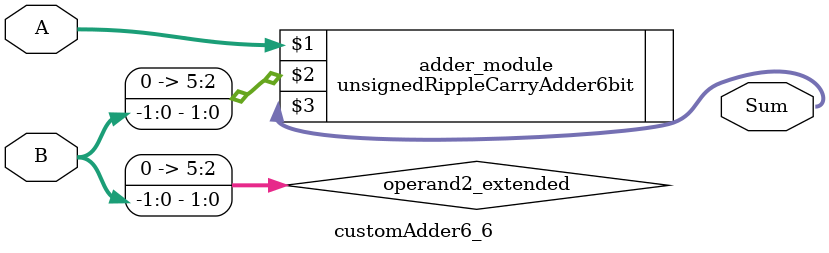
<source format=v>
module customAdder6_6(
                        input [5 : 0] A,
                        input [-1 : 0] B,
                        
                        output [6 : 0] Sum
                );

        wire [5 : 0] operand2_extended;
        
        assign operand2_extended =  {6'b0, B};
        
        unsignedRippleCarryAdder6bit adder_module(
            A,
            operand2_extended,
            Sum
        );
        
        endmodule
        
</source>
